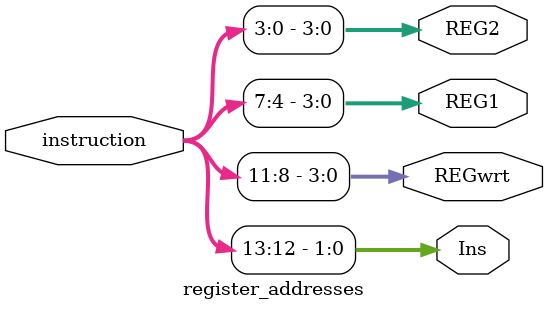
<source format=sv>
`timescale 1ns / 1ps


module register_addresses( input logic [13:0] instruction,
output logic [1:0] Ins,
output logic [3:0] REGwrt,
output logic [3:0] REG1,
output logic [3:0] REG2
    );
    
    
    assign Ins = instruction[13:12];
    assign REGwrt = instruction[11:8];
    assign REG1 = instruction[7:4];
    assign REG2 = instruction[3:0];

    
endmodule

</source>
